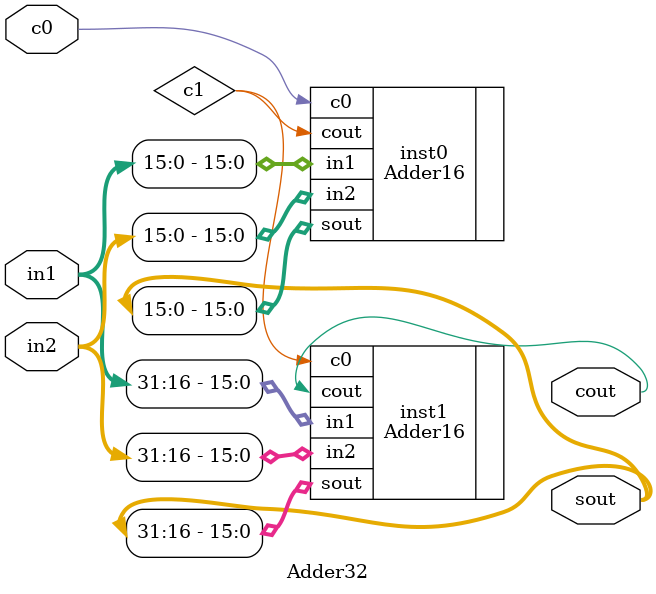
<source format=v>
`timescale 1ns / 1ps


module Adder32 (  //先行进位加法器
    input c0,  //进位
    input [31:0] in1,
    input [31:0] in2,
    output [31:0] sout,  //求和
    output cout  //进位
);
  wire c1;
  Adder16 inst0 (
      .c0  (c0),
      .in1 (in1[15:0]),
      .in2 (in2[15:0]),
      .sout(sout[15:0]),
      .cout(c1)
  );
  Adder16 inst1 (
      .c0  (c1),
      .in1 (in1[31:16]),
      .in2 (in2[31:16]),
      .sout(sout[31:16]),
      .cout(cout)
  );
endmodule

</source>
